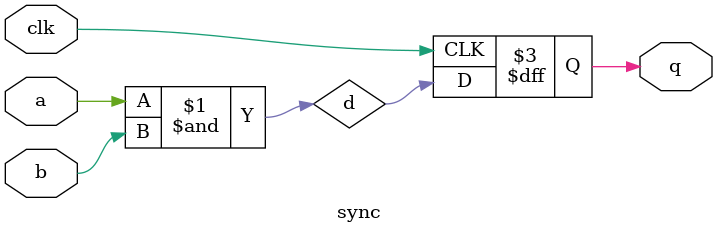
<source format=v>
`timescale 1ns / 1ps


module sync (
    input wire clk,     // Clock signal
    input wire a,       // Input A to AND gate
    input wire b,       // Input B to AND gate
    output reg q        // Output from D flip-flop
);

    wire d;             // D input to flip-flop

    // AND gate output
    assign d = a & b;

    // D Flip-Flop: stores AND result on rising edge of clock
    always @(posedge clk) begin
        q <= d;
    end

endmodule

</source>
